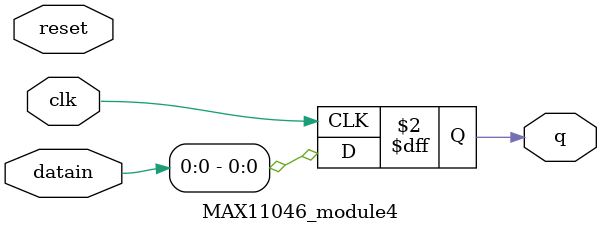
<source format=v>
module MAX11046_module4 ( clk , reset , datain , q ) ; 

//
reg u3 			 ; 
//
input wire clk   ; 
input wire reset ; 


input [15:0] datain ; 


output reg	q			;


always @ (posedge clk) 
	begin
		
		q <= datain ;
		
	end


endmodule 
</source>
